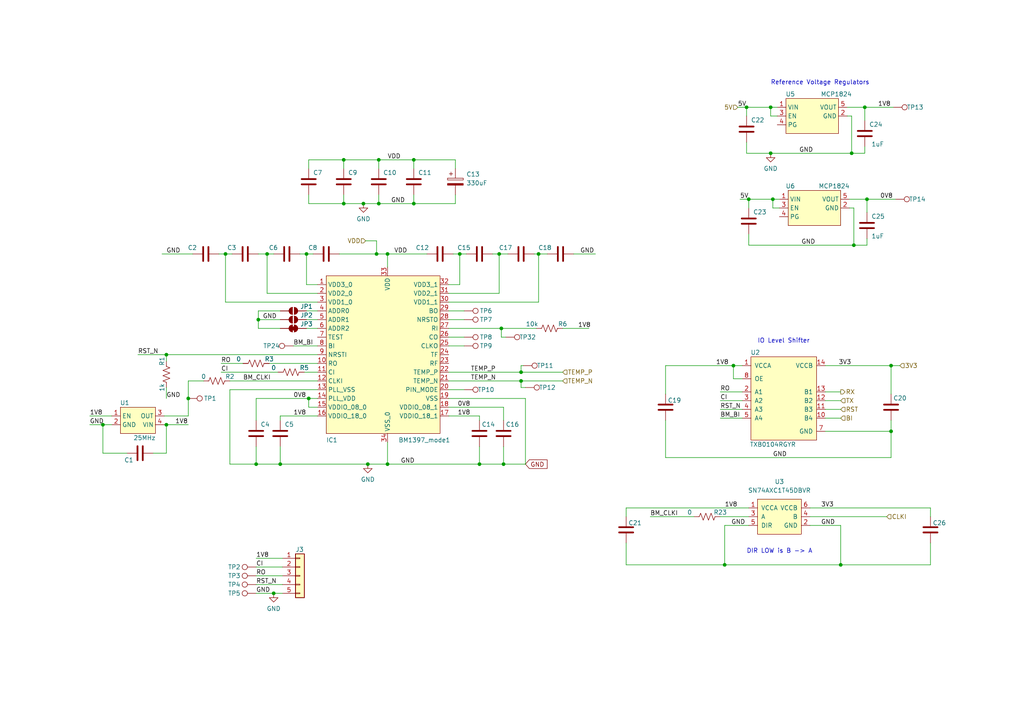
<source format=kicad_sch>
(kicad_sch (version 20231120) (generator "eeschema") (generator_version "8.0")
  (paper "A4")
  (lib_symbols
    (symbol "Connector:TestPoint" (pin_numbers hide) (pin_names (offset 0.762) hide)
      (property "Reference" "TP" (at 0 6.858 0))
      (property "Value" "TestPoint" (at 0 5.08 0))
      (symbol "TestPoint_0_1"
        (circle (center 0 3.302) (radius 0.762))
      )
      (symbol "TestPoint_1_1"
        (pin passive line (at 0 0 90) (length 2.54) (name "1") (number "1"))
      )
    )
    (symbol "Connector_Generic:Conn_01x05" (pin_names (offset 1.016) hide)
      (property "Reference" "J" (at 0 7.62 0))
      (property "Value" "Conn_01x05" (at 0 -7.62 0))
      (symbol "Conn_01x05_1_1"
        (rectangle (start -1.27 -4.953) (end 0 -5.207) (stroke (width 0.1524)))
        (rectangle (start -1.27 -2.413) (end 0 -2.667) (stroke (width 0.1524)))
        (rectangle (start -1.27 0.127) (end 0 -0.127) (stroke (width 0.1524)))
        (rectangle (start -1.27 2.667) (end 0 2.413) (stroke (width 0.1524)))
        (rectangle (start -1.27 5.207) (end 0 4.953) (stroke (width 0.1524)))
        (rectangle (start -1.27 6.35) (end 1.27 -6.35) (stroke (width 0.254)) (fill (type background)))
        (pin passive line (at -5.08 5.08 0) (length 3.81) (name "Pin_1") (number "1"))
        (pin passive line (at -5.08 2.54 0) (length 3.81) (name "Pin_2") (number "2"))
        (pin passive line (at -5.08 0 0) (length 3.81) (name "Pin_3") (number "3"))
        (pin passive line (at -5.08 -2.54 0) (length 3.81) (name "Pin_4") (number "4"))
        (pin passive line (at -5.08 -5.08 0) (length 3.81) (name "Pin_5") (number "5"))
      )
    )
    (symbol "Device:C" (pin_numbers hide) (pin_names (offset 0.254))
      (property "Reference" "C" (at 0.635 2.54 0))
      (property "Value" "C" (at 0.635 -2.54 0))
      (symbol "C_0_1"
        (polyline (pts (xy -2.032 -0.762) (xy 2.032 -0.762)) (stroke (width 0.508)))
        (polyline (pts (xy -2.032 0.762) (xy 2.032 0.762)) (stroke (width 0.508)))
      )
      (symbol "C_1_1"
        (pin passive line (at 0 3.81 270) (length 2.794) (name "~") (number "1"))
        (pin passive line (at 0 -3.81 90) (length 2.794) (name "~") (number "2"))
      )
    )
    (symbol "Device:C_Polarized" (pin_numbers hide) (pin_names (offset 0.254))
      (property "Reference" "C" (at 0.635 2.54 0))
      (property "Value" "C_Polarized" (at 0.635 -2.54 0))
      (symbol "C_Polarized_0_1"
        (rectangle (start -2.286 0.508) (end 2.286 1.016))
        (polyline (pts (xy -1.778 2.286) (xy -0.762 2.286)))
        (polyline (pts (xy -1.27 2.794) (xy -1.27 1.778)))
        (rectangle (start 2.286 -0.508) (end -2.286 -1.016) (fill (type outline)))
      )
      (symbol "C_Polarized_1_1"
        (pin passive line (at 0 3.81 270) (length 2.794) (name "~") (number "1"))
        (pin passive line (at 0 -3.81 90) (length 2.794) (name "~") (number "2"))
      )
    )
    (symbol "Device:R_US" (pin_numbers hide) (pin_names (offset 0))
      (property "Reference" "R" (at 2.54 0 90))
      (property "Value" "R_US" (at -2.54 0 90))
      (symbol "R_US_0_1"
        (polyline (pts (xy 0 -2.286) (xy 0 -2.54)))
        (polyline (pts (xy 0 2.286) (xy 0 2.54)))
        (polyline (pts (xy 0 -0.762) (xy 1.016 -1.143) (xy 0 -1.524) (xy -1.016 -1.905) (xy 0 -2.286)))
        (polyline (pts (xy 0 0.762) (xy 1.016 0.381) (xy 0 0) (xy -1.016 -0.381) (xy 0 -0.762)))
        (polyline (pts (xy 0 2.286) (xy 1.016 1.905) (xy 0 1.524) (xy -1.016 1.143) (xy 0 0.762)))
      )
      (symbol "R_US_1_1"
        (pin passive line (at 0 3.81 270) (length 1.27) (name "~") (number "1"))
        (pin passive line (at 0 -3.81 90) (length 1.27) (name "~") (number "2"))
      )
    )
    (symbol "Jumper:SolderJumper_2_Open" (pin_numbers hide) (pin_names (offset 0) hide)
      (property "Reference" "JP" (at 0 2.032 0))
      (property "Value" "SolderJumper_2_Open" (at 0 -2.54 0))
      (symbol "SolderJumper_2_Open_0_1"
        (arc (start -0.254 1.016) (mid -1.2656 0) (end -0.254 -1.016))
        (arc (start -0.254 1.016) (mid -1.2656 0) (end -0.254 -1.016) (fill (type outline)))
        (polyline (pts (xy -0.254 1.016) (xy -0.254 -1.016)))
        (polyline (pts (xy 0.254 1.016) (xy 0.254 -1.016)))
        (arc (start 0.254 -1.016) (mid 1.2656 0) (end 0.254 1.016))
        (arc (start 0.254 -1.016) (mid 1.2656 0) (end 0.254 1.016) (fill (type outline)))
      )
      (symbol "SolderJumper_2_Open_1_1"
        (pin passive line (at -3.81 0 0) (length 2.54) (name "A") (number "1"))
        (pin passive line (at 3.81 0 180) (length 2.54) (name "B") (number "2"))
      )
    )
    (symbol "MCP1824_1"
      (property "Reference" "U" (at -7.62 5.08 0))
      (property "Value" "MCP1824_1" (at 5.08 5.08 0))
      (symbol "MCP1824_1_0_1"
        (rectangle (start -7.62 3.81) (end 7.62 -6.35) (stroke (width 0.1524)) (fill (type background)))
      )
      (symbol "MCP1824_1_1_0"
        (pin bidirectional line (at -10.16 1.27 0) (length 2.54) (name "VIN") (number "1"))
        (pin bidirectional line (at 10.16 -1.27 180) (length 2.54) (name "GND") (number "2"))
        (pin bidirectional line (at -10.16 -1.27 0) (length 2.54) (name "EN") (number "3"))
        (pin bidirectional line (at -10.16 -3.81 0) (length 2.54) (name "PG") (number "4"))
        (pin bidirectional line (at 10.16 1.27 180) (length 2.54) (name "VOUT") (number "5"))
      )
    )
    (symbol "SolderJumper_2_Bridged_5" (pin_numbers hide) (pin_names (offset 0) hide)
      (property "Reference" "JP" (at 0 2.032 0))
      (property "Value" "SolderJumper_2_Bridged_5" (at 0 -2.54 0))
      (symbol "SolderJumper_2_Bridged_5_0_1"
        (rectangle (start -0.508 0.508) (end 0.508 -0.508) (fill (type outline)))
        (arc (start -0.254 1.016) (mid -1.2656 0) (end -0.254 -1.016))
        (arc (start -0.254 1.016) (mid -1.2656 0) (end -0.254 -1.016) (fill (type outline)))
        (polyline (pts (xy -0.254 1.016) (xy -0.254 -1.016)))
        (polyline (pts (xy 0.254 1.016) (xy 0.254 -1.016)))
        (arc (start 0.254 -1.016) (mid 1.2656 0) (end 0.254 1.016))
        (arc (start 0.254 -1.016) (mid 1.2656 0) (end 0.254 1.016) (fill (type outline)))
      )
      (symbol "SolderJumper_2_Bridged_5_1_1"
        (pin passive line (at -3.81 0 0) (length 2.54) (name "A") (number "1"))
        (pin passive line (at 3.81 0 180) (length 2.54) (name "B") (number "2"))
      )
    )
    (symbol "bitaxe:BM1397_mode1"
      (property "Reference" "IC" (at -17.78 17.78 0))
      (property "Value" "BM1397_mode1" (at -17.78 -30.48 0))
      (symbol "BM1397_mode1_1_0"
        (pin bidirectional line (at -20.32 15.24 0) (length 2.54) (name "VDD3_0") (number "1"))
        (pin bidirectional line (at -20.32 -7.62 0) (length 2.54) (name "RO") (number "10"))
        (pin bidirectional line (at -20.32 -10.16 0) (length 2.54) (name "CI") (number "11"))
        (pin bidirectional line (at -20.32 -12.7 0) (length 2.54) (name "CLKI") (number "12"))
        (pin bidirectional line (at -20.32 -15.24 0) (length 2.54) (name "PLL_VSS") (number "13"))
        (pin bidirectional line (at -20.32 -17.78 0) (length 2.54) (name "PLL_VDD") (number "14"))
        (pin bidirectional line (at -20.32 -20.32 0) (length 2.54) (name "VDDIO_08_0") (number "15"))
        (pin bidirectional line (at -20.32 -22.86 0) (length 2.54) (name "VDDIO_18_0") (number "16"))
        (pin bidirectional line (at 17.78 -22.86 180) (length 2.54) (name "VDDIO_18_1") (number "17"))
        (pin bidirectional line (at 17.78 -20.32 180) (length 2.54) (name "VDDIO_08_1") (number "18"))
        (pin bidirectional line (at 17.78 -17.78 180) (length 2.54) (name "VSS") (number "19"))
        (pin bidirectional line (at -20.32 12.7 0) (length 2.54) (name "VDD2_0") (number "2"))
        (pin bidirectional line (at 17.78 -15.24 180) (length 2.54) (name "PIN_MODE") (number "20"))
        (pin bidirectional line (at 17.78 -12.7 180) (length 2.54) (name "TEMP_N") (number "21"))
        (pin bidirectional line (at 17.78 -10.16 180) (length 2.54) (name "TEMP_P") (number "22"))
        (pin bidirectional line (at 17.78 -7.62 180) (length 2.54) (name "RF") (number "23"))
        (pin bidirectional line (at 17.78 -5.08 180) (length 2.54) (name "TF") (number "24"))
        (pin bidirectional line (at 17.78 -2.54 180) (length 2.54) (name "CLKO") (number "25"))
        (pin bidirectional line (at 17.78 0 180) (length 2.54) (name "CO") (number "26"))
        (pin bidirectional line (at 17.78 2.54 180) (length 2.54) (name "RI") (number "27"))
        (pin bidirectional line (at 17.78 5.08 180) (length 2.54) (name "NRSTO") (number "28"))
        (pin bidirectional line (at 17.78 7.62 180) (length 2.54) (name "BO") (number "29"))
        (pin bidirectional line (at -20.32 10.16 0) (length 2.54) (name "VDD1_0") (number "3"))
        (pin bidirectional line (at 17.78 10.16 180) (length 2.54) (name "VDD1_1") (number "30"))
        (pin bidirectional line (at 17.78 12.7 180) (length 2.54) (name "VDD2_1") (number "31"))
        (pin bidirectional line (at 17.78 15.24 180) (length 2.54) (name "VDD3_1") (number "32"))
        (pin bidirectional line (at 0 20.32 270) (length 2.54) (name "VDD") (number "33"))
        (pin bidirectional line (at 0 -30.48 90) (length 2.54) (name "VSS_0") (number "34"))
        (pin bidirectional line (at -20.32 7.62 0) (length 2.54) (name "ADDR0") (number "4"))
        (pin bidirectional line (at -20.32 5.08 0) (length 2.54) (name "ADDR1") (number "5"))
        (pin bidirectional line (at -20.32 2.54 0) (length 2.54) (name "ADDR2") (number "6"))
        (pin bidirectional line (at -20.32 0 0) (length 2.54) (name "TEST") (number "7"))
        (pin bidirectional line (at -20.32 -2.54 0) (length 2.54) (name "BI") (number "8"))
        (pin bidirectional line (at -20.32 -5.08 0) (length 2.54) (name "NRSTI") (number "9"))
      )
      (symbol "BM1397_mode1_1_1"
        (rectangle (start -17.78 17.78) (end 15.24 -27.94) (stroke (width 0.1524)) (fill (type background)))
      )
    )
    (symbol "bitaxe:MCP1824"
      (property "Reference" "U" (at -7.62 5.08 0))
      (property "Value" "MCP1824" (at 5.08 5.08 0))
      (symbol "MCP1824_0_1"
        (rectangle (start -7.62 3.81) (end 7.62 -6.35) (stroke (width 0.1524)) (fill (type background)))
      )
      (symbol "MCP1824_1_0"
        (pin bidirectional line (at -10.16 1.27 0) (length 2.54) (name "VIN") (number "1"))
        (pin bidirectional line (at 10.16 -1.27 180) (length 2.54) (name "GND") (number "2"))
        (pin bidirectional line (at -10.16 -1.27 0) (length 2.54) (name "EN") (number "3"))
        (pin bidirectional line (at -10.16 -3.81 0) (length 2.54) (name "PG") (number "4"))
        (pin bidirectional line (at 10.16 1.27 180) (length 2.54) (name "VOUT") (number "5"))
      )
    )
    (symbol "bitaxe:SN74AXC1T45DBVR" (pin_names (offset 1.016))
      (property "Reference" "U" (at -10.16 10.922 0))
      (property "Value" "SN74AXC1T45DBVR" (at -10.16 -2.54 0))
      (symbol "SN74AXC1T45DBVR_0_0"
        (rectangle (start -10.16 10.16) (end 2.54 0) (stroke (width 0.1524)) (fill (type background)))
        (pin power_in line (at -12.7 7.62 0) (length 2.54) (name "VCCA") (number "1"))
        (pin power_in line (at 5.08 2.54 180) (length 2.54) (name "GND") (number "2"))
        (pin bidirectional line (at -12.7 5.08 0) (length 2.54) (name "A") (number "3"))
        (pin bidirectional line (at 5.08 5.08 180) (length 2.54) (name "B") (number "4"))
        (pin input line (at -12.7 2.54 0) (length 2.54) (name "DIR") (number "5"))
        (pin power_in line (at 5.08 7.62 180) (length 2.54) (name "VCCB") (number "6"))
      )
    )
    (symbol "bitaxe:TXB0104RGYR" (pin_names (offset 1.016))
      (property "Reference" "U" (at -8.89 12.7 0))
      (property "Value" "TXB0104RGYR" (at -8.89 -11.43 0))
      (symbol "TXB0104RGYR_0_0"
        (rectangle (start -8.89 12.7) (end 10.16 -11.43) (stroke (width 0.1524)) (fill (type background)))
        (pin power_in line (at -11.43 10.16 0) (length 2.54) (name "VCCA") (number "1"))
        (pin bidirectional line (at 12.7 -5.08 180) (length 2.54) (name "B4") (number "10"))
        (pin bidirectional line (at 12.7 -2.54 180) (length 2.54) (name "B3") (number "11"))
        (pin bidirectional line (at 12.7 0 180) (length 2.54) (name "B2") (number "12"))
        (pin bidirectional line (at 12.7 2.54 180) (length 2.54) (name "B1") (number "13"))
        (pin power_in line (at 12.7 10.16 180) (length 2.54) (name "VCCB") (number "14"))
        (pin passive line (at 12.7 -8.89 180) (length 2.54) hide (name "GND") (number "15"))
        (pin passive line (at 12.7 -8.89 180) (length 2.54) hide (name "GND") (number "16"))
        (pin passive line (at 12.7 -8.89 180) (length 2.54) hide (name "GND") (number "17"))
        (pin passive line (at 12.7 -8.89 180) (length 2.54) hide (name "GND") (number "18"))
        (pin passive line (at 12.7 -8.89 180) (length 2.54) hide (name "GND") (number "19"))
        (pin bidirectional line (at -11.43 2.54 0) (length 2.54) (name "A1") (number "2"))
        (pin bidirectional line (at -11.43 0 0) (length 2.54) (name "A2") (number "3"))
        (pin bidirectional line (at -11.43 -2.54 0) (length 2.54) (name "A3") (number "4"))
        (pin bidirectional line (at -11.43 -5.08 0) (length 2.54) (name "A4") (number "5"))
        (pin power_in line (at 12.7 -8.89 180) (length 2.54) (name "GND") (number "7"))
        (pin input line (at -11.43 6.35 0) (length 2.54) (name "OE") (number "8"))
      )
    )
    (symbol "bitaxe:oscillator"
      (property "Reference" "U" (at -3.81 5.08 0))
      (property "Value" "oscillator" (at 0 -5.08 0))
      (symbol "oscillator_0_1"
        (rectangle (start -5.08 3.81) (end 5.08 -3.81) (stroke (width 0.1524)) (fill (type background)))
      )
      (symbol "oscillator_1_0"
        (pin bidirectional line (at -7.62 1.27 0) (length 2.54) (name "EN") (number "1"))
        (pin bidirectional line (at -7.62 -1.27 0) (length 2.54) (name "GND") (number "2"))
        (pin bidirectional line (at 7.62 1.27 180) (length 2.54) (name "OUT") (number "3"))
        (pin bidirectional line (at 7.62 -1.27 180) (length 2.54) (name "VIN") (number "4"))
      )
    )
    (symbol "power:GND" (power) (pin_names (offset 0))
      (property "Value" "GND" (at 0 -3.81 0))
      (symbol "GND_0_1"
        (polyline (pts (xy 0 0) (xy 0 -1.27) (xy 1.27 -1.27) (xy 0 -2.54) (xy -1.27 -1.27) (xy 0 -1.27)))
      )
      (symbol "GND_1_1"
        (pin power_in line (at 0 0 270) (length 0) hide (name "GND") (number "1"))
      )
    )
  )
  (junction (at 120.015 46.355))
  (junction (at 112.395 134.62))
  (junction (at 151.13 107.95))
  (junction (at 133.35 73.66))
  (junction (at 146.05 134.62))
  (junction (at 223.52 44.45))
  (junction (at 144.78 73.66))
  (junction (at 216.535 31.115) (diameter 0.9144))
  (junction (at 224.155 57.785))
  (junction (at 258.445 125.095))
  (junction (at 79.375 172.085))
  (junction (at 105.41 59.055))
  (junction (at 65.405 73.66))
  (junction (at 139.065 134.62))
  (junction (at 106.68 134.62))
  (junction (at 247.65 71.12) (diameter 0.9144))
  (junction (at 151.13 110.49))
  (junction (at 29.845 123.19))
  (junction (at 250.825 31.115) (diameter 0.9144))
  (junction (at 81.28 134.62))
  (junction (at 217.17 57.785) (diameter 0.9144))
  (junction (at 247.015 44.45) (diameter 0.9144))
  (junction (at 223.52 31.115))
  (junction (at 145.415 95.25))
  (junction (at 109.22 73.66))
  (junction (at 99.695 46.355) (diameter 0.9144))
  (junction (at 112.395 73.66))
  (junction (at 99.695 59.055) (diameter 0.9144))
  (junction (at 77.47 73.66))
  (junction (at 89.535 115.57))
  (junction (at 243.84 163.83))
  (junction (at 74.93 92.71))
  (junction (at 120.015 59.055))
  (junction (at 109.855 46.355) (diameter 0.9144))
  (junction (at 109.855 59.055) (diameter 0.9144))
  (junction (at 210.185 163.83))
  (junction (at 88.9 73.66))
  (junction (at 212.725 106.045))
  (junction (at 48.26 123.19))
  (junction (at 48.26 102.87))
  (junction (at 156.21 73.66))
  (junction (at 54.61 115.57))
  (junction (at 258.445 106.045))
  (junction (at 74.295 134.62))
  (junction (at 251.46 57.785) (diameter 0.9144))
  (wire (pts (xy 130.175 113.03) (xy 134.62 113.03)))
  (wire (pts (xy 26.035 120.65) (xy 32.385 120.65)))
  (wire (pts (xy 54.61 110.49) (xy 59.055 110.49)))
  (wire (pts (xy 208.915 121.285) (xy 215.265 121.285)))
  (wire (pts (xy 132.08 48.895) (xy 132.08 46.355)))
  (wire (pts (xy 47.625 123.19) (xy 48.26 123.19)))
  (wire (pts (xy 130.175 118.11) (xy 146.05 118.11)))
  (wire (pts (xy 74.295 161.925) (xy 81.915 161.925)))
  (wire (pts (xy 156.21 87.63) (xy 156.21 73.66)))
  (wire (pts (xy 210.185 163.83) (xy 181.61 163.83)))
  (wire (pts (xy 74.295 172.085) (xy 79.375 172.085)))
  (wire (pts (xy 144.78 85.09) (xy 144.78 73.66)))
  (wire (pts (xy 208.915 149.86) (xy 217.17 149.86)))
  (wire (pts (xy 130.175 107.95) (xy 151.13 107.95)))
  (wire (pts (xy 29.845 123.19) (xy 32.385 123.19)))
  (wire (pts (xy 130.175 120.65) (xy 139.065 120.65)))
  (wire (pts (xy 151.13 107.95) (xy 163.195 107.95)))
  (wire (pts (xy 46.99 73.66) (xy 55.88 73.66)))
  (wire (pts (xy 193.04 106.045) (xy 212.725 106.045)))
  (wire (pts (xy 130.175 92.71) (xy 134.62 92.71)))
  (wire (pts (xy 239.395 118.745) (xy 243.84 118.745)))
  (wire (pts (xy 105.41 59.055) (xy 99.695 59.055)))
  (wire (pts (xy 74.93 92.71) (xy 81.28 92.71)))
  (wire (pts (xy 210.185 152.4) (xy 210.185 163.83)))
  (wire (pts (xy 109.22 73.66) (xy 112.395 73.66)))
  (wire (pts (xy 112.395 134.62) (xy 139.065 134.62)))
  (wire (pts (xy 48.26 112.395) (xy 48.26 115.57)))
  (wire (pts (xy 250.825 42.545) (xy 250.825 44.45)))
  (wire (pts (xy 152.4 134.62) (xy 152.4 115.57)))
  (wire (pts (xy 247.015 33.655) (xy 245.745 33.655)))
  (wire (pts (xy 217.17 57.785) (xy 224.155 57.785)))
  (wire (pts (xy 48.26 123.19) (xy 54.61 123.19)))
  (wire (pts (xy 208.915 118.745) (xy 215.265 118.745)))
  (wire (pts (xy 151.13 106.045) (xy 151.13 107.95)))
  (wire (pts (xy 26.035 123.19) (xy 29.845 123.19)))
  (wire (pts (xy 188.595 149.86) (xy 201.295 149.86)))
  (wire (pts (xy 181.61 163.83) (xy 181.61 157.48)))
  (wire (pts (xy 258.445 125.095) (xy 258.445 132.715)))
  (wire (pts (xy 247.65 60.325) (xy 246.38 60.325)))
  (wire (pts (xy 48.26 131.445) (xy 48.26 123.19)))
  (wire (pts (xy 85.09 100.33) (xy 92.075 100.33)))
  (wire (pts (xy 269.875 157.48) (xy 269.875 163.83)))
  (wire (pts (xy 99.695 48.895) (xy 99.695 46.355)))
  (wire (pts (xy 250.825 44.45) (xy 247.015 44.45)))
  (wire (pts (xy 109.855 56.515) (xy 109.855 59.055)))
  (wire (pts (xy 269.875 163.83) (xy 243.84 163.83)))
  (wire (pts (xy 79.375 172.085) (xy 81.915 172.085)))
  (wire (pts (xy 217.17 67.945) (xy 217.17 71.12)))
  (wire (pts (xy 130.175 85.09) (xy 144.78 85.09)))
  (wire (pts (xy 166.37 73.66) (xy 172.72 73.66)))
  (wire (pts (xy 215.265 109.855) (xy 212.725 109.855)))
  (wire (pts (xy 81.28 120.65) (xy 92.075 120.65)))
  (wire (pts (xy 44.45 131.445) (xy 48.26 131.445)))
  (wire (pts (xy 217.17 57.785) (xy 217.17 60.325)))
  (wire (pts (xy 66.675 113.03) (xy 92.075 113.03)))
  (wire (pts (xy 74.295 129.54) (xy 74.295 134.62)))
  (wire (pts (xy 247.65 71.12) (xy 217.17 71.12)))
  (wire (pts (xy 131.445 73.66) (xy 133.35 73.66)))
  (wire (pts (xy 251.46 69.215) (xy 251.46 71.12)))
  (wire (pts (xy 208.915 113.665) (xy 215.265 113.665)))
  (wire (pts (xy 109.855 48.895) (xy 109.855 46.355)))
  (wire (pts (xy 251.46 57.785) (xy 259.715 57.785)))
  (wire (pts (xy 86.995 73.66) (xy 88.9 73.66)))
  (wire (pts (xy 142.875 73.66) (xy 144.78 73.66)))
  (wire (pts (xy 251.46 71.12) (xy 247.65 71.12)))
  (wire (pts (xy 109.22 69.85) (xy 109.22 73.66)))
  (wire (pts (xy 224.155 60.325) (xy 224.155 57.785)))
  (wire (pts (xy 74.93 95.25) (xy 81.28 95.25)))
  (wire (pts (xy 216.535 41.275) (xy 216.535 44.45)))
  (wire (pts (xy 77.47 73.66) (xy 79.375 73.66)))
  (wire (pts (xy 92.075 118.11) (xy 89.535 118.11)))
  (wire (pts (xy 239.395 121.285) (xy 243.84 121.285)))
  (wire (pts (xy 181.61 147.32) (xy 217.17 147.32)))
  (wire (pts (xy 223.52 31.115) (xy 225.425 31.115)))
  (wire (pts (xy 65.405 87.63) (xy 65.405 73.66)))
  (wire (pts (xy 243.84 152.4) (xy 243.84 163.83)))
  (wire (pts (xy 247.65 60.325) (xy 247.65 71.12)))
  (wire (pts (xy 234.95 152.4) (xy 243.84 152.4)))
  (wire (pts (xy 120.015 59.055) (xy 109.855 59.055)))
  (wire (pts (xy 89.535 115.57) (xy 92.075 115.57)))
  (wire (pts (xy 74.93 73.66) (xy 77.47 73.66)))
  (wire (pts (xy 151.13 112.395) (xy 151.13 110.49)))
  (wire (pts (xy 88.9 95.25) (xy 92.075 95.25)))
  (wire (pts (xy 258.445 106.045) (xy 260.985 106.045)))
  (wire (pts (xy 258.445 106.045) (xy 258.445 114.3)))
  (wire (pts (xy 54.61 115.57) (xy 54.61 110.49)))
  (wire (pts (xy 243.84 163.83) (xy 210.185 163.83)))
  (wire (pts (xy 64.135 107.95) (xy 80.645 107.95)))
  (wire (pts (xy 133.35 73.66) (xy 135.255 73.66)))
  (wire (pts (xy 239.395 116.205) (xy 243.84 116.205)))
  (wire (pts (xy 146.685 97.79) (xy 145.415 97.79)))
  (wire (pts (xy 223.52 33.655) (xy 225.425 33.655)))
  (wire (pts (xy 239.395 125.095) (xy 258.445 125.095)))
  (wire (pts (xy 48.26 102.87) (xy 92.075 102.87)))
  (wire (pts (xy 130.175 95.25) (xy 145.415 95.25)))
  (wire (pts (xy 99.695 59.055) (xy 89.535 59.055)))
  (wire (pts (xy 123.825 73.66) (xy 112.395 73.66)))
  (wire (pts (xy 74.295 134.62) (xy 81.28 134.62)))
  (wire (pts (xy 65.405 73.66) (xy 67.31 73.66)))
  (wire (pts (xy 224.155 57.785) (xy 226.06 57.785)))
  (wire (pts (xy 98.425 73.66) (xy 109.22 73.66)))
  (wire (pts (xy 92.075 82.55) (xy 88.9 82.55)))
  (wire (pts (xy 74.93 92.71) (xy 74.93 95.25)))
  (wire (pts (xy 66.675 113.03) (xy 66.675 134.62)))
  (wire (pts (xy 74.295 115.57) (xy 89.535 115.57)))
  (wire (pts (xy 89.535 56.515) (xy 89.535 59.055)))
  (wire (pts (xy 152.4 112.395) (xy 151.13 112.395)))
  (wire (pts (xy 247.015 33.655) (xy 247.015 44.45)))
  (wire (pts (xy 109.855 59.055) (xy 105.41 59.055)))
  (wire (pts (xy 154.94 73.66) (xy 156.21 73.66)))
  (wire (pts (xy 109.855 46.355) (xy 120.015 46.355)))
  (wire (pts (xy 64.135 105.41) (xy 70.485 105.41)))
  (wire (pts (xy 63.5 73.66) (xy 65.405 73.66)))
  (wire (pts (xy 239.395 113.665) (xy 243.84 113.665)))
  (wire (pts (xy 246.38 57.785) (xy 251.46 57.785)))
  (wire (pts (xy 234.95 147.32) (xy 269.875 147.32)))
  (wire (pts (xy 120.015 48.895) (xy 120.015 46.355)))
  (wire (pts (xy 106.045 69.85) (xy 109.22 69.85)))
  (wire (pts (xy 77.47 85.09) (xy 77.47 73.66)))
  (wire (pts (xy 74.295 121.92) (xy 74.295 115.57)))
  (wire (pts (xy 146.05 134.62) (xy 152.4 134.62)))
  (wire (pts (xy 216.535 31.115) (xy 223.52 31.115)))
  (wire (pts (xy 213.995 31.115) (xy 216.535 31.115)))
  (wire (pts (xy 269.875 147.32) (xy 269.875 149.86)))
  (wire (pts (xy 145.415 95.25) (xy 155.575 95.25)))
  (wire (pts (xy 74.93 90.17) (xy 74.93 92.71)))
  (wire (pts (xy 130.175 100.33) (xy 134.62 100.33)))
  (wire (pts (xy 216.535 31.115) (xy 216.535 33.655)))
  (wire (pts (xy 139.065 129.54) (xy 139.065 134.62)))
  (wire (pts (xy 130.175 97.79) (xy 134.62 97.79)))
  (wire (pts (xy 146.05 118.11) (xy 146.05 121.92)))
  (wire (pts (xy 224.155 60.325) (xy 226.06 60.325)))
  (wire (pts (xy 81.28 129.54) (xy 81.28 134.62)))
  (wire (pts (xy 163.195 95.25) (xy 170.815 95.25)))
  (wire (pts (xy 214.63 57.785) (xy 217.17 57.785)))
  (wire (pts (xy 81.28 90.17) (xy 74.93 90.17)))
  (wire (pts (xy 146.05 129.54) (xy 146.05 134.62)))
  (wire (pts (xy 47.625 120.65) (xy 54.61 120.65)))
  (wire (pts (xy 245.745 31.115) (xy 250.825 31.115)))
  (wire (pts (xy 133.35 82.55) (xy 133.35 73.66)))
  (wire (pts (xy 258.445 121.92) (xy 258.445 125.095)))
  (wire (pts (xy 88.265 107.95) (xy 92.075 107.95)))
  (wire (pts (xy 99.695 56.515) (xy 99.695 59.055)))
  (wire (pts (xy 234.95 149.86) (xy 257.175 149.86)))
  (wire (pts (xy 210.185 152.4) (xy 217.17 152.4)))
  (wire (pts (xy 151.13 110.49) (xy 163.195 110.49)))
  (wire (pts (xy 193.04 121.92) (xy 193.04 132.715)))
  (wire (pts (xy 48.26 102.87) (xy 48.26 104.775)))
  (wire (pts (xy 144.78 73.66) (xy 147.32 73.66)))
  (wire (pts (xy 112.395 73.66) (xy 112.395 77.47)))
  (wire (pts (xy 130.175 82.55) (xy 133.35 82.55)))
  (wire (pts (xy 92.075 87.63) (xy 65.405 87.63)))
  (wire (pts (xy 139.065 120.65) (xy 139.065 121.92)))
  (wire (pts (xy 89.535 46.355) (xy 99.695 46.355)))
  (wire (pts (xy 250.825 31.115) (xy 250.825 34.925)))
  (wire (pts (xy 81.28 121.92) (xy 81.28 120.65)))
  (wire (pts (xy 223.52 44.45) (xy 216.535 44.45)))
  (wire (pts (xy 181.61 147.32) (xy 181.61 149.86)))
  (wire (pts (xy 130.175 87.63) (xy 156.21 87.63)))
  (wire (pts (xy 92.075 85.09) (xy 77.47 85.09)))
  (wire (pts (xy 156.21 73.66) (xy 158.75 73.66)))
  (wire (pts (xy 251.46 57.785) (xy 251.46 61.595)))
  (wire (pts (xy 120.015 46.355) (xy 132.08 46.355)))
  (wire (pts (xy 250.825 31.115) (xy 259.08 31.115)))
  (wire (pts (xy 193.04 114.3) (xy 193.04 106.045)))
  (wire (pts (xy 130.175 110.49) (xy 151.13 110.49)))
  (wire (pts (xy 74.295 167.005) (xy 81.915 167.005)))
  (wire (pts (xy 223.52 33.655) (xy 223.52 31.115)))
  (wire (pts (xy 88.9 92.71) (xy 92.075 92.71)))
  (wire (pts (xy 89.535 118.11) (xy 89.535 115.57)))
  (wire (pts (xy 99.695 46.355) (xy 109.855 46.355)))
  (wire (pts (xy 152.4 115.57) (xy 130.175 115.57)))
  (wire (pts (xy 239.395 106.045) (xy 258.445 106.045)))
  (wire (pts (xy 132.08 56.515) (xy 132.08 59.055)))
  (wire (pts (xy 36.83 131.445) (xy 29.845 131.445)))
  (wire (pts (xy 40.005 102.87) (xy 48.26 102.87)))
  (wire (pts (xy 120.015 56.515) (xy 120.015 59.055)))
  (wire (pts (xy 89.535 48.895) (xy 89.535 46.355)))
  (wire (pts (xy 88.9 73.66) (xy 90.805 73.66)))
  (wire (pts (xy 212.725 109.855) (xy 212.725 106.045)))
  (wire (pts (xy 145.415 97.79) (xy 145.415 95.25)))
  (wire (pts (xy 78.105 105.41) (xy 92.075 105.41)))
  (wire (pts (xy 81.28 134.62) (xy 106.68 134.62)))
  (wire (pts (xy 74.295 164.465) (xy 81.915 164.465)))
  (wire (pts (xy 88.9 73.66) (xy 88.9 82.55)))
  (wire (pts (xy 212.725 106.045) (xy 215.265 106.045)))
  (wire (pts (xy 74.295 169.545) (xy 81.915 169.545)))
  (wire (pts (xy 208.915 116.205) (xy 215.265 116.205)))
  (wire (pts (xy 130.175 90.17) (xy 134.62 90.17)))
  (wire (pts (xy 193.04 132.715) (xy 258.445 132.715)))
  (wire (pts (xy 29.845 131.445) (xy 29.845 123.19)))
  (wire (pts (xy 66.675 110.49) (xy 92.075 110.49)))
  (wire (pts (xy 120.015 59.055) (xy 132.08 59.055)))
  (wire (pts (xy 112.395 134.62) (xy 112.395 128.27)))
  (wire (pts (xy 54.61 120.65) (xy 54.61 115.57)))
  (wire (pts (xy 139.065 134.62) (xy 146.05 134.62)))
  (wire (pts (xy 88.9 90.17) (xy 92.075 90.17)))
  (wire (pts (xy 66.675 134.62) (xy 74.295 134.62)))
  (wire (pts (xy 106.68 134.62) (xy 112.395 134.62)))
  (wire (pts (xy 151.765 106.045) (xy 151.13 106.045)))
  (wire (pts (xy 247.015 44.45) (xy 223.52 44.45)))
  (text "Reference Voltage Regulators" (at 223.52 24.765 0) (effects (font (size 1.27 1.27)) (justify left bottom)))
  (text "IO Level Shifter" (at 219.71 99.695 0) (effects (font (size 1.27 1.27)) (justify left bottom)))
  (text "DIR LOW is B -> A" (at 216.535 160.655 0) (effects (font (size 1.27 1.27)) (justify left bottom)))
  (label "GND" (at 231.775 44.45 0))
  (label "GND" (at 74.295 172.085 0))
  (label "1V8" (at 254.635 31.115 0))
  (label "BM_CLKI" (at 70.485 110.49 0))
  (label "TEMP_P" (at 136.525 107.95 0))
  (label "1V8" (at 167.64 95.25 0))
  (label "CI" (at 74.295 164.465 0))
  (label "GND" (at 116.205 134.62 0))
  (label "0V8" (at 132.715 118.11 0))
  (label "1V8" (at 132.715 120.65 0))
  (label "5V" (at 214.63 57.785 0))
  (label "RO" (at 208.915 113.665 0))
  (label "1V8" (at 26.035 120.65 0))
  (label "VDD" (at 114.3 73.66 0))
  (label "RST_N" (at 74.295 169.545 0))
  (label "0V8" (at 255.27 57.785 0))
  (label "3V3" (at 238.125 147.32 0))
  (label "BM_BI" (at 85.09 100.33 0))
  (label "GND" (at 76.2 92.71 0))
  (label "GND" (at 212.09 152.4 0))
  (label "GND" (at 26.035 123.19 0))
  (label "RO" (at 74.295 167.005 0))
  (label "1V8" (at 210.185 147.32 0))
  (label "GND" (at 48.26 115.57 0))
  (label "5V" (at 213.995 31.115 0))
  (label "VDD" (at 112.395 46.355 0))
  (label "1V8" (at 207.645 106.045 0))
  (label "1V8" (at 85.09 120.65 0))
  (label "RO" (at 64.135 105.41 0))
  (label "GND" (at 232.41 71.12 0))
  (label "RST_N" (at 40.005 102.87 0))
  (label "CI" (at 64.135 107.95 0))
  (label "BM_CLKI" (at 188.595 149.86 0))
  (label "GND" (at 168.275 73.66 0))
  (label "GND" (at 238.125 152.4 0))
  (label "GND" (at 224.155 132.715 0))
  (label "BM_BI" (at 208.915 121.285 0))
  (label "CI" (at 208.915 116.205 0))
  (label "1V8" (at 50.8 123.19 0))
  (label "0V8" (at 85.09 115.57 0))
  (label "GND" (at 117.475 59.055 180))
  (label "1V8" (at 74.295 161.925 0))
  (label "TEMP_N" (at 136.525 110.49 0))
  (label "GND" (at 48.26 73.66 0))
  (label "RST_N" (at 208.915 118.745 0))
  (label "3V3" (at 243.205 106.045 0))
  (global_label "GND" (shape input) (at 152.4 134.62 0) (property "Intersheetrefs" "${INTERSHEET_REFS}" (effects (hide yes))))
  (hierarchical_label "RST" (shape input) (at 243.84 118.745 0))
  (hierarchical_label "5V" (shape input) (at 213.995 31.115 180))
  (hierarchical_label "3V3" (shape input) (at 260.985 106.045 0))
  (hierarchical_label "TX" (shape input) (at 243.84 116.205 0))
  (hierarchical_label "TEMP_N" (shape input) (at 163.195 110.49 0))
  (hierarchical_label "BI" (shape input) (at 243.84 121.285 0))
  (hierarchical_label "VDD" (shape input) (at 106.045 69.85 180))
  (hierarchical_label "RX" (shape output) (at 243.84 113.665 0))
  (hierarchical_label "TEMP_P" (shape input) (at 163.195 107.95 0))
  (hierarchical_label "CLKI" (shape input) (at 257.175 149.86 0))
  (symbol (lib_id "Device:C") (at 250.825 38.735 0) (unit 1)
    (property "Reference" "C24" (at 252.095 36.83 0) (effects (justify left bottom)))
    (property "Value" "1uF" (at 252.73 42.545 0) (effects (justify left bottom)))
    (property "Footprint" "Capacitor_SMD:C_0402_1005Metric" (effects (hide yes)))
    (property "DK" "587-5514-1-ND" (effects (hide yes)))
  )
  (symbol (lib_id "Device:C") (at 216.535 37.465 0) (unit 1)
    (property "Reference" "C22" (at 217.805 35.56 0) (effects (justify left bottom)))
    (property "Value" "311-3342-1-ND" (effects (hide yes)))
    (property "Footprint" "Capacitor_SMD:C_0402_1005Metric" (effects (hide yes)))
    (property "DK" "1292-1639-1-ND" (effects (hide yes)))
  )
  (symbol (lib_id "Connector:TestPoint") (at 74.295 169.545 90) (mirror x) (unit 1)
    (property "Reference" "TP4" (at 67.945 169.545 90))
    (property "Value" "TestPoint" (effects (hide yes)))
    (property "Footprint" "TestPoint:TestPoint_Pad_D1.5mm" (effects (hide yes)))
    (property "DNP" "T" (effects (hide yes)))
  )
  (symbol (lib_id "bitaxe:SN74AXC1T45DBVR") (at 229.87 154.94 0) (unit 1)
    (property "Reference" "U3" (at 226.06 139.7 0))
    (property "Value" "SN74AXC1T45DBVR" (at 226.06 142.24 0))
    (property "Footprint" "bitaxe:SN74AXC1T45" (effects (hide yes)))
    (property "Datasheet" "https://www.ti.com/lit/ds/symlink/sn74axc1t45.pdf?HQS=dis-dk-null-digikeymode-dsf-pf-null-wwe&ts=1669570203049&ref_url=https%253A%252F%252Fwww.ti.com%252Fgeneral%252Fdocs%252Fsuppproductinfo.tsp%253FdistId%253D10%2526gotoUrl%253Dhttps%253A%252F%252Fwww.ti.com%252Flit%252Fgpn%252Fsn74axc1t45" (effects (hide yes)))
    (property "DK" "296-47598-1-ND" (effects (hide yes)))
    (property "PARTNO" "SN74AXC1T45DBVR" (effects (hide yes)))
  )
  (symbol (lib_id "Jumper:SolderJumper_2_Open") (at 85.09 90.17 0) (unit 1)
    (property "Reference" "JP1" (at 88.9 88.9 0))
    (property "Value" "SolderJumper_2_Open" (effects (hide yes)))
    (property "Footprint" "Jumper:SolderJumper-2_P1.3mm_Open_RoundedPad1.0x1.5mm" (effects (hide yes)))
    (property "DNP" "T" (effects (hide yes)))
  )
  (symbol (lib_id "Device:C") (at 89.535 52.705 0) (unit 1)
    (property "Reference" "C7" (at 90.805 50.8 0) (effects (justify left bottom)))
    (property "Value" "311-3342-1-ND" (effects (hide yes)))
    (property "Footprint" "Capacitor_SMD:C_0402_1005Metric" (effects (hide yes)))
    (property "DK" "1292-1639-1-ND" (effects (hide yes)))
  )
  (symbol (lib_id "Device:C") (at 162.56 73.66 90) (unit 1)
    (property "Reference" "C18" (at 160.02 71.12 90) (effects (justify left bottom)))
    (property "Value" "587-5514-1-ND" (effects (hide yes)))
    (property "Footprint" "Capacitor_SMD:C_0402_1005Metric" (effects (hide yes)))
    (property "DK" "587-5514-1-ND" (effects (hide yes)))
  )
  (symbol (lib_id "Device:R_US") (at 74.295 105.41 90) (unit 1)
    (property "Reference" "R3" (at 78.105 104.14 90))
    (property "Value" "0" (at 69.215 104.14 90))
    (property "Footprint" "Resistor_SMD:R_0402_1005Metric" (effects (hide yes)))
    (property "DK" "RMCF0402ZT0R00CT-ND" (effects (hide yes)))
  )
  (symbol (lib_id "power:GND") (at 106.68 134.62 0) (mirror y) (unit 1)
    (property "Reference" "#PWR02" (effects (hide yes)))
    (property "Value" "GND" (at 106.68 139.065 0))
  )
  (symbol (lib_id "Device:R_US") (at 159.385 95.25 90) (unit 1)
    (property "Reference" "R6" (at 163.195 93.98 90))
    (property "Value" "10k" (at 154.305 93.98 90))
    (property "Footprint" "Resistor_SMD:R_0402_1005Metric" (effects (hide yes)))
    (property "DK" "311-10KJRCT-ND" (effects (hide yes)))
  )
  (symbol (lib_id "Device:C") (at 151.13 73.66 90) (unit 1)
    (property "Reference" "C17" (at 148.59 71.12 90) (effects (justify left bottom)))
    (property "Value" "587-5514-1-ND" (effects (hide yes)))
    (property "Footprint" "Capacitor_SMD:C_0402_1005Metric" (effects (hide yes)))
    (property "DK" "587-5514-1-ND" (effects (hide yes)))
  )
  (symbol (lib_id "Device:C") (at 181.61 153.67 0) (unit 1)
    (property "Reference" "C21" (at 182.245 152.4 0) (effects (justify left bottom)))
    (property "Value" "311-3342-1-ND" (effects (hide yes)))
    (property "Footprint" "Capacitor_SMD:C_0402_1005Metric" (effects (hide yes)))
    (property "DK" "1292-1639-1-ND" (effects (hide yes)))
  )
  (symbol (lib_id "Connector:TestPoint") (at 85.09 100.33 90) (mirror x) (unit 1)
    (property "Reference" "TP24" (at 78.74 100.33 90))
    (property "Value" "TestPoint" (effects (hide yes)))
    (property "Footprint" "TestPoint:TestPoint_Pad_D1.5mm" (effects (hide yes)))
    (property "DNP" "T" (effects (hide yes)))
  )
  (symbol (lib_id "bitaxe:BM1397_mode1") (at 112.395 97.79 0) (unit 1)
    (property "Reference" "IC1" (at 94.615 127.635 0) (effects (justify left)))
    (property "Value" "BM1397_mode1" (at 115.57 127.635 0) (effects (justify left)))
    (property "Footprint" "bitaxe:BM1397" (effects (hide yes)))
    (property "DNP" "T" (effects (hide yes)))
  )
  (symbol (lib_id "Connector:TestPoint") (at 74.295 167.005 90) (unit 1)
    (property "Reference" "TP3" (at 67.945 167.005 90))
    (property "Value" "TestPoint" (effects (hide yes)))
    (property "Footprint" "TestPoint:TestPoint_Pad_D1.5mm" (effects (hide yes)))
    (property "DNP" "T" (effects (hide yes)))
  )
  (symbol (lib_id "Device:R_US") (at 205.105 149.86 90) (unit 1)
    (property "Reference" "R23" (at 208.915 148.59 90))
    (property "Value" "0" (at 200.025 148.59 90))
    (property "Footprint" "Resistor_SMD:R_0402_1005Metric" (effects (hide yes)))
    (property "DK" "RMCF0402ZT0R00CT-ND" (effects (hide yes)))
  )
  (symbol (lib_id "Connector:TestPoint") (at 134.62 90.17 270) (mirror x) (unit 1)
    (property "Reference" "TP6" (at 140.97 90.17 90))
    (property "Value" "TestPoint" (effects (hide yes)))
    (property "Footprint" "TestPoint:TestPoint_Pad_D1.5mm" (effects (hide yes)))
    (property "DNP" "T" (effects (hide yes)))
  )
  (symbol (lib_id "Connector_Generic:Conn_01x05") (at 86.995 167.005 0) (unit 1)
    (property "Reference" "J3" (at 85.725 159.385 0) (effects (justify left)))
    (property "Value" "Conn_01x05" (effects (hide yes)))
    (property "Footprint" "Connector_PinHeader_2.54mm:PinHeader_1x05_P2.54mm_Vertical" (effects (hide yes)))
    (property "DNP" "T" (effects (hide yes)))
  )
  (symbol (lib_id "Connector:TestPoint") (at 134.62 100.33 270) (mirror x) (unit 1)
    (property "Reference" "TP9" (at 140.97 100.33 90))
    (property "Value" "TestPoint" (effects (hide yes)))
    (property "Footprint" "TestPoint:TestPoint_Pad_D1.5mm" (effects (hide yes)))
    (property "DNP" "T" (effects (hide yes)))
  )
  (symbol (lib_name "SolderJumper_2_Bridged_5") (lib_id "Jumper:SolderJumper_2_Bridged") (at 85.09 95.25 0) (unit 1)
    (property "Reference" "JP3" (at 88.9 93.98 0))
    (property "Value" "SolderJumper_2_Bridged" (effects (hide yes)))
    (property "Footprint" "Jumper:SolderJumper-2_P1.3mm_Bridged2Bar_RoundedPad1.0x1.5mm" (effects (hide yes)))
    (property "DNP" "T" (effects (hide yes)))
  )
  (symbol (lib_id "Device:C") (at 258.445 118.11 0) (unit 1)
    (property "Reference" "C20" (at 259.08 116.205 0) (effects (justify left bottom)))
    (property "Value" "311-3342-1-ND" (effects (hide yes)))
    (property "Footprint" "Capacitor_SMD:C_0402_1005Metric" (effects (hide yes)))
    (property "DK" "1292-1639-1-ND" (effects (hide yes)))
  )
  (symbol (lib_id "bitaxe:oscillator") (at 40.005 121.92 0) (unit 1)
    (property "Reference" "U1" (at 36.195 116.84 0))
    (property "Value" "25MHz" (at 41.91 127 0))
    (property "Footprint" "bitaxe:O 25,0-JO32-B-1V3-1-T1-LF" (effects (hide yes)))
    (property "Datasheet" "https://www.jauch.com/downloadfile/5ef1edcfb8e2f73163c8ce8009ef659d1/jo32-1.8-3.3v.pdf" (effects (hide yes)))
    (property "DK" "1908-O250-JO32-B-1V3-1-T1-LFCT-ND" (effects (hide yes)))
    (property "PARTNO" "O 25,0-JO32-B-1V3-1-T1-LF" (effects (hide yes)))
  )
  (symbol (lib_id "Device:C") (at 99.695 52.705 0) (unit 1)
    (property "Reference" "C9" (at 100.965 50.8 0) (effects (justify left bottom)))
    (property "Value" "311-3342-1-ND" (effects (hide yes)))
    (property "Footprint" "Capacitor_SMD:C_0402_1005Metric" (effects (hide yes)))
    (property "DK" "1292-1639-1-ND" (effects (hide yes)))
  )
  (symbol (lib_id "Device:C") (at 193.04 118.11 0) (unit 1)
    (property "Reference" "C19" (at 193.675 116.84 0) (effects (justify left bottom)))
    (property "Value" "311-3342-1-ND" (effects (hide yes)))
    (property "Footprint" "Capacitor_SMD:C_0402_1005Metric" (effects (hide yes)))
    (property "DK" "1292-1639-1-ND" (effects (hide yes)))
  )
  (symbol (lib_id "Device:C_Polarized") (at 132.08 52.705 0) (unit 1)
    (property "Reference" "C13" (at 135.255 50.5459 0) (effects (justify left)))
    (property "Value" "330uF" (at 135.255 53.0859 0) (effects (justify left)))
    (property "Footprint" "Capacitor_Tantalum_SMD:CP_EIA-7343-31_Kemet-D_Pad2.25x2.55mm_HandSolder" (effects (hide yes)))
    (property "DK" "718-1028-1-ND" (effects (hide yes)))
  )
  (symbol (lib_id "Device:C") (at 40.64 131.445 90) (unit 1)
    (property "Reference" "C1" (at 38.735 132.715 90) (effects (justify left bottom)))
    (property "Value" "311-3342-1-ND" (effects (hide yes)))
    (property "Footprint" "Capacitor_SMD:C_0402_1005Metric" (effects (hide yes)))
    (property "DK" "1292-1639-1-ND" (effects (hide yes)))
  )
  (symbol (lib_id "Connector:TestPoint") (at 259.715 57.785 270) (mirror x) (unit 1)
    (property "Reference" "TP14" (at 266.065 57.785 90))
    (property "Value" "TestPoint" (effects (hide yes)))
    (property "Footprint" "TestPoint:TestPoint_Pad_D1.5mm" (effects (hide yes)))
    (property "DNP" "T" (effects (hide yes)))
  )
  (symbol (lib_id "Connector:TestPoint") (at 134.62 92.71 270) (mirror x) (unit 1)
    (property "Reference" "TP7" (at 140.97 92.71 90))
    (property "Value" "TestPoint" (effects (hide yes)))
    (property "Footprint" "TestPoint:TestPoint_Pad_D1.5mm" (effects (hide yes)))
    (property "DNP" "T" (effects (hide yes)))
  )
  (symbol (lib_id "Device:R_US") (at 62.865 110.49 90) (unit 1)
    (property "Reference" "R2" (at 66.675 109.22 90))
    (property "Value" "0" (at 59.055 109.22 90))
    (property "Footprint" "Resistor_SMD:R_0402_1005Metric" (effects (hide yes)))
    (property "DK" "RMCF0402ZT0R00CT-ND" (effects (hide yes)))
  )
  (symbol (lib_id "Connector:TestPoint") (at 134.62 113.03 270) (mirror x) (unit 1)
    (property "Reference" "TP10" (at 140.97 113.03 90))
    (property "Value" "TestPoint" (effects (hide yes)))
    (property "Footprint" "TestPoint:TestPoint_Pad_D1.5mm" (effects (hide yes)))
    (property "DNP" "T" (effects (hide yes)))
  )
  (symbol (lib_id "Device:C") (at 127.635 73.66 90) (unit 1)
    (property "Reference" "C12" (at 124.46 71.12 90) (effects (justify left bottom)))
    (property "Value" "587-5514-1-ND" (effects (hide yes)))
    (property "Footprint" "Capacitor_SMD:C_0402_1005Metric" (effects (hide yes)))
    (property "DK" "587-5514-1-ND" (effects (hide yes)))
  )
  (symbol (lib_id "Device:C") (at 109.855 52.705 0) (unit 1)
    (property "Reference" "C10" (at 111.125 50.8 0) (effects (justify left bottom)))
    (property "Value" "587-5514-1-ND" (effects (hide yes)))
    (property "Footprint" "Capacitor_SMD:C_0402_1005Metric" (effects (hide yes)))
    (property "DK" "587-5514-1-ND" (effects (hide yes)))
  )
  (symbol (lib_name "MCP1824_1") (lib_id "bitaxe:MCP1824") (at 236.22 59.055 0) (unit 1)
    (property "Reference" "U6" (at 229.235 53.975 0))
    (property "Value" "MCP1824" (at 241.935 53.975 0))
    (property "Footprint" "Package_TO_SOT_SMD:SOT-23-5" (effects (hide yes)))
    (property "Datasheet" "https://ww1.microchip.com/downloads/en/DeviceDoc/22070a.pdf" (effects (hide yes)))
    (property "PARTNO" "MCP1824T-0802E/OT" (effects (hide yes)))
    (property "DK" "MCP1824T-0802E/OTCT-ND" (effects (hide yes)))
  )
  (symbol (lib_id "bitaxe:TXB0104RGYR") (at 226.695 116.205 0) (unit 1)
    (property "Reference" "U2" (at 219.075 102.235 0))
    (property "Value" "TXB0104RGYR" (at 224.155 128.905 0))
    (property "Footprint" "bitaxe:TXB0104" (effects (hide yes)))
    (property "Datasheet" "https://www.ti.com/lit/ds/symlink/txb0104.pdf?HQS=dis-dk-null-digikeymode-dsf-pf-null-wwe&ts=1669420543825&ref_url=https%253A%252F%252Fwww.ti.com%252Fgeneral%252Fdocs%252Fsuppproductinfo.tsp%253FdistId%253D10%2526gotoUrl%253Dhttps%253A%252F%252Fwww.ti.com%252Flit%252Fgpn%252Ftxb0104" (effects (hide yes)))
    (property "DK" "296-21930-1-ND" (effects (hide yes)))
    (property "PARTNO" "TXB0104RGYR" (effects (hide yes)))
  )
  (symbol (lib_id "Connector:TestPoint") (at 74.295 164.465 90) (mirror x) (unit 1)
    (property "Reference" "TP2" (at 67.945 164.465 90))
    (property "Value" "TestPoint" (effects (hide yes)))
    (property "Footprint" "TestPoint:TestPoint_Pad_D1.5mm" (effects (hide yes)))
    (property "DNP" "T" (effects (hide yes)))
  )
  (symbol (lib_id "Device:C") (at 71.12 73.66 90) (unit 1)
    (property "Reference" "C3" (at 68.58 71.12 90) (effects (justify left bottom)))
    (property "Value" "587-5514-1-ND" (effects (hide yes)))
    (property "Footprint" "Capacitor_SMD:C_0402_1005Metric" (effects (hide yes)))
    (property "DK" "587-5514-1-ND" (effects (hide yes)))
  )
  (symbol (lib_id "power:GND") (at 223.52 44.45 0) (mirror y) (unit 1)
    (property "Reference" "#PWR04" (effects (hide yes)))
    (property "Value" "GND" (at 223.52 48.895 0))
  )
  (symbol (lib_id "Device:C") (at 120.015 52.705 0) (unit 1)
    (property "Reference" "C11" (at 121.285 50.8 0) (effects (justify left bottom)))
    (property "Value" "587-5514-1-ND" (effects (hide yes)))
    (property "Footprint" "Capacitor_SMD:C_0402_1005Metric" (effects (hide yes)))
    (property "DK" "587-5514-1-ND" (effects (hide yes)))
  )
  (symbol (lib_id "Device:C") (at 74.295 125.73 0) (unit 1)
    (property "Reference" "C4" (at 75.565 123.825 0) (effects (justify left bottom)))
    (property "Value" "587-5514-1-ND" (effects (hide yes)))
    (property "Footprint" "Capacitor_SMD:C_0402_1005Metric" (effects (hide yes)))
    (property "DK" "587-5514-1-ND" (effects (hide yes)))
  )
  (symbol (lib_id "Device:C") (at 139.065 125.73 0) (unit 1)
    (property "Reference" "C14" (at 139.7 123.825 0) (effects (justify left bottom)))
    (property "Value" "587-5514-1-ND" (effects (hide yes)))
    (property "Footprint" "Capacitor_SMD:C_0402_1005Metric" (effects (hide yes)))
    (property "DK" "587-5514-1-ND" (effects (hide yes)))
  )
  (symbol (lib_id "Device:C") (at 81.28 125.73 0) (unit 1)
    (property "Reference" "C5" (at 82.55 123.825 0) (effects (justify left bottom)))
    (property "Value" "587-5514-1-ND" (effects (hide yes)))
    (property "Footprint" "Capacitor_SMD:C_0402_1005Metric" (effects (hide yes)))
    (property "DK" "587-5514-1-ND" (effects (hide yes)))
  )
  (symbol (lib_id "Connector:TestPoint") (at 54.61 115.57 270) (mirror x) (unit 1)
    (property "Reference" "TP1" (at 60.96 115.57 90))
    (property "Value" "TestPoint" (effects (hide yes)))
    (property "Footprint" "TestPoint:TestPoint_Pad_D1.5mm" (effects (hide yes)))
    (property "DNP" "T" (effects (hide yes)))
  )
  (symbol (lib_id "Connector:TestPoint") (at 259.08 31.115 270) (mirror x) (unit 1)
    (property "Reference" "TP13" (at 265.43 31.115 90))
    (property "Value" "TestPoint" (effects (hide yes)))
    (property "Footprint" "TestPoint:TestPoint_Pad_D1.5mm" (effects (hide yes)))
    (property "DNP" "T" (effects (hide yes)))
  )
  (symbol (lib_id "Device:R_US") (at 84.455 107.95 90) (unit 1)
    (property "Reference" "R5" (at 88.265 106.68 90))
    (property "Value" "0" (at 79.375 106.68 90))
    (property "Footprint" "Resistor_SMD:R_0402_1005Metric" (effects (hide yes)))
    (property "DK" "RMCF0402ZT0R00CT-ND" (effects (hide yes)))
  )
  (symbol (lib_id "bitaxe:MCP1824") (at 235.585 32.385 0) (unit 1)
    (property "Reference" "U5" (at 229.235 27.305 0))
    (property "Value" "MCP1824" (at 242.57 27.305 0))
    (property "Footprint" "Package_TO_SOT_SMD:SOT-23-5" (effects (hide yes)))
    (property "Datasheet" "https://ww1.microchip.com/downloads/en/DeviceDoc/22070a.pdf" (effects (hide yes)))
    (property "PARTNO" "MCP1824T-1802E/OT" (effects (hide yes)))
    (property "DK" "MCP1824T-1802E/OTCT-ND" (effects (hide yes)))
  )
  (symbol (lib_id "Device:C") (at 269.875 153.67 0) (unit 1)
    (property "Reference" "C26" (at 270.51 152.4 0) (effects (justify left bottom)))
    (property "Value" "311-3342-1-ND" (effects (hide yes)))
    (property "Footprint" "Capacitor_SMD:C_0402_1005Metric" (effects (hide yes)))
    (property "DK" "1292-1639-1-ND" (effects (hide yes)))
  )
  (symbol (lib_id "power:GND") (at 105.41 59.055 0) (mirror y) (unit 1)
    (property "Reference" "#PWR01" (effects (hide yes)))
    (property "Value" "GND" (at 105.41 63.5 0))
  )
  (symbol (lib_id "Connector:TestPoint") (at 146.685 97.79 270) (mirror x) (unit 1)
    (property "Reference" "TP32" (at 153.035 97.79 90))
    (property "Value" "TestPoint" (effects (hide yes)))
    (property "Footprint" "TestPoint:TestPoint_Pad_D1.5mm" (effects (hide yes)))
    (property "DNP" "T" (effects (hide yes)))
  )
  (symbol (lib_id "Device:R_US") (at 48.26 108.585 180) (unit 1)
    (property "Reference" "R1" (at 46.99 104.775 90))
    (property "Value" "1k" (at 46.99 112.395 90))
    (property "Footprint" "Resistor_SMD:R_0402_1005Metric" (effects (hide yes)))
    (property "DK" "YAG2306CT-ND" (effects (hide yes)))
  )
  (symbol (lib_id "Device:C") (at 217.17 64.135 0) (unit 1)
    (property "Reference" "C23" (at 218.44 62.23 0) (effects (justify left bottom)))
    (property "Value" "311-3342-1-ND" (effects (hide yes)))
    (property "Footprint" "Capacitor_SMD:C_0402_1005Metric" (effects (hide yes)))
    (property "DK" "1292-1639-1-ND" (effects (hide yes)))
  )
  (symbol (lib_id "Device:C") (at 146.05 125.73 0) (unit 1)
    (property "Reference" "C16" (at 146.685 123.825 0) (effects (justify left bottom)))
    (property "Value" "587-5514-1-ND" (effects (hide yes)))
    (property "Footprint" "Capacitor_SMD:C_0402_1005Metric" (effects (hide yes)))
    (property "DK" "587-5514-1-ND" (effects (hide yes)))
  )
  (symbol (lib_id "Connector:TestPoint") (at 152.4 112.395 270) (mirror x) (unit 1)
    (property "Reference" "TP12" (at 158.75 112.395 90))
    (property "Value" "TestPoint" (effects (hide yes)))
    (property "Footprint" "TestPoint:TestPoint_Pad_D1.5mm" (effects (hide yes)))
    (property "DNP" "T" (effects (hide yes)))
  )
  (symbol (lib_id "Device:C") (at 59.69 73.66 90) (unit 1)
    (property "Reference" "C2" (at 57.15 71.12 90) (effects (justify left bottom)))
    (property "Value" "587-5514-1-ND" (effects (hide yes)))
    (property "Footprint" "Capacitor_SMD:C_0402_1005Metric" (effects (hide yes)))
    (property "DK" "587-5514-1-ND" (effects (hide yes)))
  )
  (symbol (lib_id "Connector:TestPoint") (at 134.62 97.79 270) (mirror x) (unit 1)
    (property "Reference" "TP8" (at 140.97 97.79 90))
    (property "Value" "TestPoint" (effects (hide yes)))
    (property "Footprint" "TestPoint:TestPoint_Pad_D1.5mm" (effects (hide yes)))
    (property "DNP" "T" (effects (hide yes)))
  )
  (symbol (lib_id "Connector:TestPoint") (at 151.765 106.045 270) (mirror x) (unit 1)
    (property "Reference" "TP11" (at 158.115 106.045 90))
    (property "Value" "TestPoint" (effects (hide yes)))
    (property "Footprint" "TestPoint:TestPoint_Pad_D1.5mm" (effects (hide yes)))
    (property "DNP" "T" (effects (hide yes)))
  )
  (symbol (lib_id "Device:C") (at 94.615 73.66 90) (unit 1)
    (property "Reference" "C8" (at 92.075 71.12 90) (effects (justify left bottom)))
    (property "Value" "587-5514-1-ND" (effects (hide yes)))
    (property "Footprint" "Capacitor_SMD:C_0402_1005Metric" (effects (hide yes)))
    (property "DK" "587-5514-1-ND" (effects (hide yes)))
  )
  (symbol (lib_id "Device:C") (at 251.46 65.405 0) (unit 1)
    (property "Reference" "C25" (at 252.73 63.5 0) (effects (justify left bottom)))
    (property "Value" "1uF" (at 252.73 69.215 0) (effects (justify left bottom)))
    (property "Footprint" "Capacitor_SMD:C_0402_1005Metric" (effects (hide yes)))
    (property "DK" "587-5514-1-ND" (effects (hide yes)))
  )
  (symbol (lib_id "Connector:TestPoint") (at 74.295 172.085 90) (mirror x) (unit 1)
    (property "Reference" "TP5" (at 67.945 172.085 90))
    (property "Value" "TestPoint" (effects (hide yes)))
    (property "Footprint" "TestPoint:TestPoint_Pad_D1.5mm" (effects (hide yes)))
    (property "DNP" "T" (effects (hide yes)))
  )
  (symbol (lib_id "Device:C") (at 83.185 73.66 90) (unit 1)
    (property "Reference" "C6" (at 80.645 71.12 90) (effects (justify left bottom)))
    (property "Value" "587-5514-1-ND" (effects (hide yes)))
    (property "Footprint" "Capacitor_SMD:C_0402_1005Metric" (effects (hide yes)))
    (property "DK" "587-5514-1-ND" (effects (hide yes)))
  )
  (symbol (lib_id "Jumper:SolderJumper_2_Open") (at 85.09 92.71 0) (unit 1)
    (property "Reference" "JP2" (at 88.9 91.44 0))
    (property "Value" "SolderJumper_2_Open" (effects (hide yes)))
    (property "Footprint" "Jumper:SolderJumper-2_P1.3mm_Open_RoundedPad1.0x1.5mm" (effects (hide yes)))
    (property "DNP" "T" (effects (hide yes)))
  )
  (symbol (lib_id "power:GND") (at 79.375 172.085 0) (mirror y) (unit 1)
    (property "Reference" "#PWR03" (effects (hide yes)))
    (property "Value" "GND" (at 79.375 176.53 0))
  )
  (symbol (lib_id "Device:C") (at 139.065 73.66 90) (unit 1)
    (property "Reference" "C15" (at 136.525 71.12 90) (effects (justify left bottom)))
    (property "Value" "587-5514-1-ND" (effects (hide yes)))
    (property "Footprint" "Capacitor_SMD:C_0402_1005Metric" (effects (hide yes)))
    (property "DK" "587-5514-1-ND" (effects (hide yes)))
  )
)
</source>
